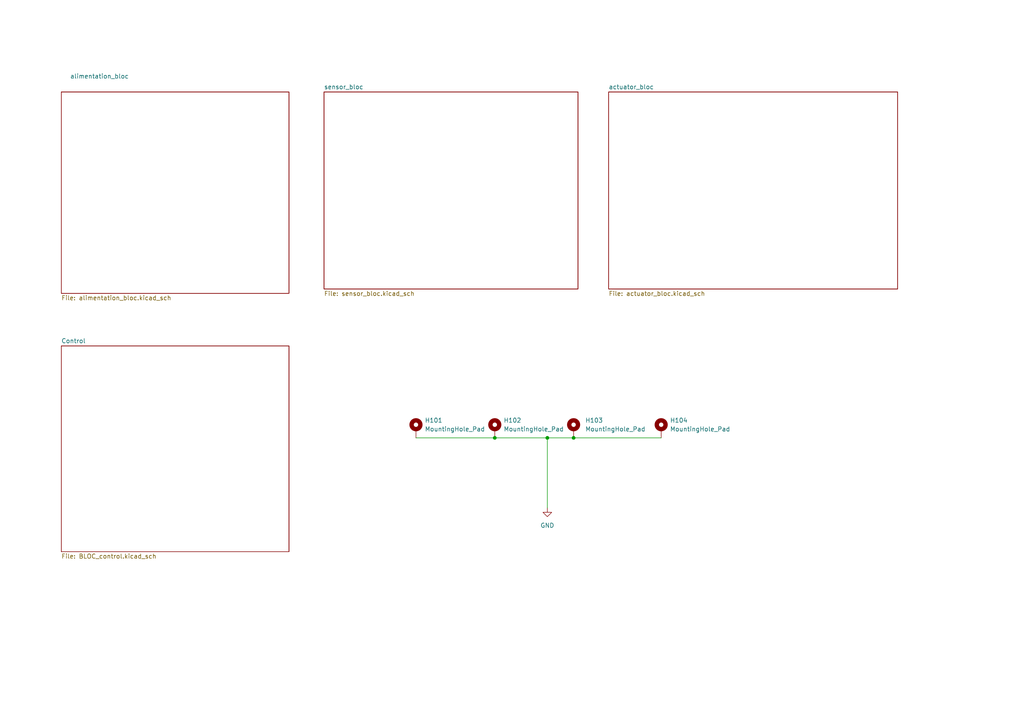
<source format=kicad_sch>
(kicad_sch (version 20211123) (generator eeschema)
  (paper "A4")
  (title_block (title "BEARATOR") (date "2022-10-03") (rev "V1.0") (company "ENSEA"))
  (lib_symbols
    (symbol "Mechanical:MountingHole_Pad" (pin_numbers hide) (pin_names (offset 1.016) hide)
      (property "Reference" "H" (at 0 6.35 0))
      (property "Value" "MountingHole_Pad" (at 0 4.445 0))
      (symbol "MountingHole_Pad_0_1"
        (circle (center 0 1.27) (radius 1.27) (stroke (width 1.27)))
      )
      (symbol "MountingHole_Pad_1_1"
        (pin input line (at 0 -2.54 90) (length 2.54) (name "1") (number "1"))
      )
    )
    (symbol "power:GND" (power) (pin_names (offset 0))
      (property "Value" "GND" (at 0 -3.81 0))
      (symbol "GND_0_1"
        (polyline (pts (xy 0 0) (xy 0 -1.27) (xy 1.27 -1.27) (xy 0 -2.54) (xy -1.27 -1.27) (xy 0 -1.27)))
      )
      (symbol "GND_1_1"
        (pin power_in line (at 0 0 270) (length 0) hide (name "GND") (number "1"))
      )
    )
  )
  (junction (at 143.51 127))
  (junction (at 166.37 127))
  (junction (at 158.75 127))
  (wire (pts (xy 158.75 127) (xy 158.75 147.32)))
  (wire (pts (xy 143.51 127) (xy 158.75 127)))
  (wire (pts (xy 120.65 127) (xy 143.51 127)))
  (wire (pts (xy 191.77 127) (xy 166.37 127)))
  (wire (pts (xy 166.37 127) (xy 158.75 127)))
  (symbol (lib_id "Mechanical:MountingHole_Pad") (at 120.65 124.46 0) (unit 1)
    (property "Reference" "H101" (at 123.19 121.9199 0) (effects (justify left)))
    (property "Value" "MountingHole_Pad" (at 123.19 124.4599 0) (effects (justify left)))
    (property "Footprint" "MountingHole:MountingHole_3.2mm_M3_Pad_Via" (effects hide))
  )
  (symbol (lib_id "power:GND") (at 158.75 147.32 0) (unit 1)
    (property "Reference" "#PWR0101" (effects hide))
    (property "Value" "GND" (at 158.75 152.4 0))
  )
  (symbol (lib_id "Mechanical:MountingHole_Pad") (at 191.77 124.46 0) (unit 1)
    (property "Reference" "H104" (at 194.31 121.9199 0) (effects (justify left)))
    (property "Value" "MountingHole_Pad" (at 194.31 124.4599 0) (effects (justify left)))
    (property "Footprint" "MountingHole:MountingHole_3.2mm_M3_Pad_Via" (effects hide))
  )
  (symbol (lib_id "Mechanical:MountingHole_Pad") (at 143.51 124.46 0) (unit 1)
    (property "Reference" "H102" (at 146.05 121.9199 0) (effects (justify left)))
    (property "Value" "MountingHole_Pad" (at 146.05 124.4599 0) (effects (justify left)))
    (property "Footprint" "MountingHole:MountingHole_3.2mm_M3_Pad_Via" (effects hide))
  )
  (symbol (lib_id "Mechanical:MountingHole_Pad") (at 166.37 124.46 0) (unit 1)
    (property "Reference" "H103" (at 169.7228 121.9199 0) (effects (justify left)))
    (property "Value" "MountingHole_Pad" (at 169.7228 124.4599 0) (effects (justify left)))
    (property "Footprint" "MountingHole:MountingHole_3.2mm_M3_Pad_Via" (effects hide))
  )
  (sheet (at 17.78 100.33) (size 66.04 59.69) (stroke (width 0.1524))
    (property "Sheet name" "Control" (at 17.78 99.6184 0) (effects (justify left bottom)))
    (property "Sheet file" "BLOC_control.kicad_sch" (at 17.78 160.6046 0) (effects (justify left top)))
  )
  (sheet (at 93.98 26.67) (size 73.66 57.15) (stroke (width 0.1524))
    (property "Sheet name" "sensor_bloc" (at 93.98 25.9584 0) (effects (justify left bottom)))
    (property "Sheet file" "sensor_bloc.kicad_sch" (at 93.98 84.4046 0) (effects (justify left top)))
  )
  (sheet (at 17.78 26.67) (size 66.04 58.42) (stroke (width 0.1524))
    (property "Sheet name" "alimentation_bloc" (at 20.32 22.86 0) (effects (justify left bottom)))
    (property "Sheet file" "alimentation_bloc.kicad_sch" (at 17.78 85.6746 0) (effects (justify left top)))
  )
  (sheet (at 176.53 26.67) (size 83.82 57.15) (stroke (width 0.1524))
    (property "Sheet name" "actuator_bloc" (at 176.53 25.9584 0) (effects (justify left bottom)))
    (property "Sheet file" "actuator_bloc.kicad_sch" (at 176.53 84.4046 0) (effects (justify left top)))
  )
)
</source>
